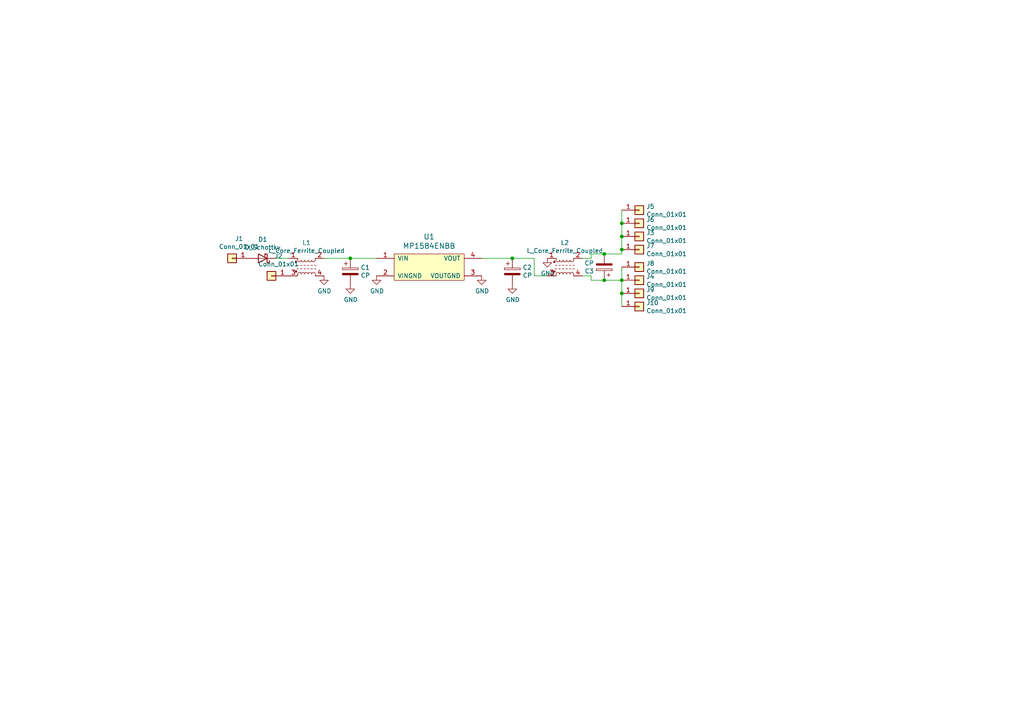
<source format=kicad_sch>
(kicad_sch (version 20230121) (generator eeschema)
  (paper "A4")
  (lib_symbols
    (symbol "Connector_Generic:Conn_01x01" (pin_names (offset 1.016) hide)
      (property "Reference" "J" (at 0 2.54 0))
      (property "Value" "Conn_01x01" (at 0 -2.54 0))
      (symbol "Conn_01x01_1_1"
        (rectangle (start -1.27 0.127) (end 0 -0.127) (stroke (width 0.1524)))
        (rectangle (start -1.27 1.27) (end 1.27 -1.27) (stroke (width 0.254)) (fill (type background)))
        (pin passive line (at -5.08 0 0) (length 3.81) (name "Pin_1") (number "1"))
      )
    )
    (symbol "DC-DC-Drossels-rescue:CP-Device" (pin_numbers hide) (pin_names (offset 0.254))
      (property "Reference" "C" (at 0.635 2.54 0))
      (property "Value" "Device:CP" (at 0.635 -2.54 0))
      (symbol "CP-Device_0_1"
        (rectangle (start -2.286 0.508) (end -2.286 1.016))
        (rectangle (start -2.286 0.508) (end 2.286 0.508))
        (polyline (pts (xy -1.778 2.286) (xy -0.762 2.286)))
        (polyline (pts (xy -1.27 2.794) (xy -1.27 1.778)))
        (rectangle (start 2.286 -0.508) (end -2.286 -1.016) (fill (type outline)))
        (rectangle (start 2.286 1.016) (end -2.286 1.016))
        (rectangle (start 2.286 1.016) (end 2.286 0.508))
      )
      (symbol "CP-Device_1_1"
        (pin passive line (at 0 3.81 270) (length 2.794) (name "~") (number "1"))
        (pin passive line (at 0 -3.81 90) (length 2.794) (name "~") (number "2"))
      )
    )
    (symbol "DC-DC-Drossels-rescue:L_Core_Ferrite_Coupled-Device" (pin_names (offset 0.254) hide)
      (property "Reference" "L" (at 0 4.445 0))
      (property "Value" "Device:L_Core_Ferrite_Coupled" (at 0 -4.445 0))
      (symbol "L_Core_Ferrite_Coupled-Device_0_1"
        (circle (center -3.048 -1.27) (radius 0.254) (fill (type outline)))
        (circle (center -3.048 1.524) (radius 0.254) (fill (type outline)))
        (arc (start -2.54 2.032) (mid -2.032 1.5262) (end -1.524 2.032))
        (arc (start -1.524 -2.032) (mid -2.032 -1.5262) (end -2.54 -2.032))
        (arc (start -1.524 2.032) (mid -1.016 1.5262) (end -0.508 2.032))
        (arc (start -0.508 -2.032) (mid -1.016 -1.5262) (end -1.524 -2.032))
        (arc (start -0.508 2.032) (mid 0 1.5262) (end 0.508 2.032))
        (polyline (pts (xy -2.794 -0.508) (xy -2.286 -0.508)))
        (polyline (pts (xy -2.794 0.508) (xy -2.286 0.508)))
        (polyline (pts (xy -2.54 -2.032) (xy -2.54 -2.54)))
        (polyline (pts (xy -2.54 2.032) (xy -2.54 2.54)))
        (polyline (pts (xy -1.778 -0.508) (xy -1.27 -0.508)))
        (polyline (pts (xy -1.778 0.508) (xy -1.27 0.508)))
        (polyline (pts (xy -0.762 -0.508) (xy -0.254 -0.508)))
        (polyline (pts (xy -0.762 0.508) (xy -0.254 0.508)))
        (polyline (pts (xy 0.254 -0.508) (xy 0.762 -0.508)))
        (polyline (pts (xy 0.254 0.508) (xy 0.762 0.508)))
        (polyline (pts (xy 1.27 -0.508) (xy 1.778 -0.508)))
        (polyline (pts (xy 1.27 0.508) (xy 1.778 0.508)))
        (polyline (pts (xy 2.286 -0.508) (xy 2.794 -0.508)))
        (polyline (pts (xy 2.286 0.508) (xy 2.794 0.508)))
        (polyline (pts (xy 2.54 -2.032) (xy 2.54 -2.54)))
        (polyline (pts (xy 2.54 2.54) (xy 2.54 2.032)))
        (arc (start 0.508 -2.032) (mid 0 -1.5262) (end -0.508 -2.032))
        (arc (start 0.508 2.032) (mid 1.016 1.5262) (end 1.524 2.032))
        (arc (start 1.524 -2.032) (mid 1.016 -1.5262) (end 0.508 -2.032))
        (arc (start 1.524 2.032) (mid 2.032 1.5262) (end 2.54 2.032))
        (arc (start 2.54 -2.032) (mid 2.032 -1.5262) (end 1.524 -2.032))
      )
      (symbol "L_Core_Ferrite_Coupled-Device_1_1"
        (pin passive line (at -5.08 2.54 0) (length 2.54) (name "1") (number "1"))
        (pin passive line (at 5.08 2.54 180) (length 2.54) (name "2") (number "2"))
        (pin passive line (at -5.08 -2.54 0) (length 2.54) (name "3") (number "3"))
        (pin passive line (at 5.08 -2.54 180) (length 2.54) (name "4") (number "4"))
      )
    )
    (symbol "DC-DC-Drossels-rescue:MP1584ENBB-KiCadCustomLibraries" (pin_names (offset 1.016))
      (property "Reference" "U" (at 0 0 0))
      (property "Value" "KiCadCustomLibraries:MP1584ENBB" (at 7.62 12.7 0))
      (symbol "MP1584ENBB-KiCadCustomLibraries_0_1"
        (rectangle (start -2.54 10.16) (end 17.78 2.54) (fill (type background)))
      )
      (symbol "MP1584ENBB-KiCadCustomLibraries_1_1"
        (pin power_in line (at -7.62 8.89 0) (length 5.08) (name "VIN") (number "1"))
        (pin power_in line (at -7.62 3.81 0) (length 5.08) (name "VINGND") (number "2"))
        (pin power_in line (at 22.86 3.81 180) (length 5.08) (name "VOUTGND") (number "3"))
        (pin power_in line (at 22.86 8.89 180) (length 5.08) (name "VOUT") (number "4"))
      )
    )
    (symbol "Device:D_Schottky" (pin_numbers hide) (pin_names (offset 1.016) hide)
      (property "Reference" "D" (at 0 2.54 0))
      (property "Value" "D_Schottky" (at 0 -2.54 0))
      (symbol "D_Schottky_0_1"
        (polyline (pts (xy 1.27 0) (xy -1.27 0)))
        (polyline (pts (xy 1.27 1.27) (xy 1.27 -1.27) (xy -1.27 0) (xy 1.27 1.27)) (stroke (width 0.254)))
        (polyline (pts (xy -1.905 0.635) (xy -1.905 1.27) (xy -1.27 1.27) (xy -1.27 -1.27) (xy -0.635 -1.27) (xy -0.635 -0.635)) (stroke (width 0.254)))
      )
      (symbol "D_Schottky_1_1"
        (pin passive line (at -3.81 0 0) (length 2.54) (name "K") (number "1"))
        (pin passive line (at 3.81 0 180) (length 2.54) (name "A") (number "2"))
      )
    )
    (symbol "power:GND" (power) (pin_names (offset 0))
      (property "Value" "GND" (at 0 -3.81 0))
      (symbol "GND_0_1"
        (polyline (pts (xy 0 0) (xy 0 -1.27) (xy 1.27 -1.27) (xy 0 -2.54) (xy -1.27 -1.27) (xy 0 -1.27)))
      )
      (symbol "GND_1_1"
        (pin power_in line (at 0 0 270) (length 0) hide (name "GND") (number "1"))
      )
    )
  )
  (junction (at 180.34 81.28))
  (junction (at 180.34 68.58))
  (junction (at 101.6 74.93))
  (junction (at 180.34 64.77))
  (junction (at 180.34 72.39))
  (junction (at 148.59 74.93))
  (junction (at 175.26 73.66))
  (junction (at 180.34 85.09))
  (junction (at 175.26 81.28))
  (wire (pts (xy 148.59 74.93) (xy 154.94 74.93)))
  (wire (pts (xy 168.91 80.01) (xy 171.45 80.01)))
  (wire (pts (xy 171.45 81.28) (xy 175.26 81.28)))
  (wire (pts (xy 154.94 74.93) (xy 154.94 80.01)))
  (wire (pts (xy 180.34 73.66) (xy 180.34 72.39)))
  (wire (pts (xy 101.6 74.93) (xy 109.22 74.93)))
  (wire (pts (xy 168.91 74.93) (xy 171.45 74.93)))
  (wire (pts (xy 154.94 80.01) (xy 158.75 80.01)))
  (wire (pts (xy 171.45 80.01) (xy 171.45 81.28)))
  (wire (pts (xy 175.26 81.28) (xy 180.34 81.28)))
  (wire (pts (xy 180.34 64.77) (xy 180.34 60.96)))
  (wire (pts (xy 80.01 74.93) (xy 83.82 74.93)))
  (wire (pts (xy 171.45 74.93) (xy 171.45 73.66)))
  (wire (pts (xy 180.34 88.9) (xy 180.34 85.09)))
  (wire (pts (xy 180.34 72.39) (xy 180.34 68.58)))
  (wire (pts (xy 171.45 73.66) (xy 175.26 73.66)))
  (wire (pts (xy 93.98 74.93) (xy 101.6 74.93)))
  (wire (pts (xy 180.34 81.28) (xy 180.34 85.09)))
  (wire (pts (xy 180.34 77.47) (xy 180.34 81.28)))
  (wire (pts (xy 139.7 74.93) (xy 148.59 74.93)))
  (wire (pts (xy 175.26 73.66) (xy 180.34 73.66)))
  (wire (pts (xy 180.34 64.77) (xy 180.34 68.58)))
  (symbol (lib_id "DC-DC-Drossels-rescue:L_Core_Ferrite_Coupled-Device") (at 88.9 77.47 0) (unit 1)
    (property "Reference" "L1" (at 88.9 70.4088 0))
    (property "Value" "L_Core_Ferrite_Coupled" (at 88.9 72.7202 0))
    (property "Footprint" "Inductors_THT:L_CommonMode_Wuerth_WE-CMB-XS" (effects hide))
  )
  (symbol (lib_id "DC-DC-Drossels-rescue:MP1584ENBB-KiCadCustomLibraries") (at 116.84 83.82 0) (unit 1)
    (property "Reference" "U1" (at 124.46 68.6562 0) (effects (font (size 1.524 1.524))))
    (property "Value" "MP1584ENBB" (at 124.46 71.3486 0) (effects (font (size 1.524 1.524))))
    (property "Footprint" "Housings_DIP:DIP-4_W7.62mm" (effects hide))
  )
  (symbol (lib_id "DC-DC-Drossels-rescue:L_Core_Ferrite_Coupled-Device") (at 163.83 77.47 0) (unit 1)
    (property "Reference" "L2" (at 163.83 70.4088 0))
    (property "Value" "L_Core_Ferrite_Coupled" (at 163.83 72.7202 0))
    (property "Footprint" "Inductors_THT:L_CommonMode_Wuerth_WE-CMB-XS" (effects hide))
  )
  (symbol (lib_id "DC-DC-Drossels-rescue:CP-Device") (at 101.6 78.74 0) (unit 1)
    (property "Reference" "C1" (at 104.5972 77.5716 0) (effects (justify left)))
    (property "Value" "CP" (at 104.5972 79.883 0) (effects (justify left)))
    (property "Footprint" "Capacitors_THT:CP_Radial_D8.0mm_P3.50mm" (effects hide))
  )
  (symbol (lib_id "DC-DC-Drossels-rescue:CP-Device") (at 148.59 78.74 0) (unit 1)
    (property "Reference" "C2" (at 151.5872 77.5716 0) (effects (justify left)))
    (property "Value" "CP" (at 151.5872 79.883 0) (effects (justify left)))
    (property "Footprint" "Capacitors_THT:CP_Radial_D8.0mm_P3.50mm" (effects hide))
  )
  (symbol (lib_id "power:GND") (at 93.98 80.01 0) (unit 1)
    (property "Reference" "#PWR0101" (effects hide))
    (property "Value" "GND" (at 94.107 84.4042 0))
  )
  (symbol (lib_id "power:GND") (at 101.6 82.55 0) (unit 1)
    (property "Reference" "#PWR0102" (effects hide))
    (property "Value" "GND" (at 101.727 86.9442 0))
  )
  (symbol (lib_id "power:GND") (at 109.22 80.01 0) (unit 1)
    (property "Reference" "#PWR0103" (effects hide))
    (property "Value" "GND" (at 109.347 84.4042 0))
  )
  (symbol (lib_id "power:GND") (at 139.7 80.01 0) (unit 1)
    (property "Reference" "#PWR0104" (effects hide))
    (property "Value" "GND" (at 139.827 84.4042 0))
  )
  (symbol (lib_id "power:GND") (at 148.59 82.55 0) (unit 1)
    (property "Reference" "#PWR0105" (effects hide))
    (property "Value" "GND" (at 148.717 86.9442 0))
  )
  (symbol (lib_id "power:GND") (at 158.75 74.93 0) (unit 1)
    (property "Reference" "#PWR0106" (effects hide))
    (property "Value" "GND" (at 158.877 79.3242 0))
  )
  (symbol (lib_id "Device:D_Schottky") (at 76.2 74.93 180) (unit 1)
    (property "Reference" "D1" (at 76.2 69.4436 0))
    (property "Value" "D_Schottky" (at 76.2 71.755 0))
    (property "Footprint" "Diodes_THT:D_DO-15_P10.16mm_Horizontal" (effects hide))
  )
  (symbol (lib_id "Connector_Generic:Conn_01x01") (at 185.42 68.58 0) (unit 1)
    (property "Reference" "J3" (at 187.452 67.5132 0) (effects (justify left)))
    (property "Value" "Conn_01x01" (at 187.452 69.8246 0) (effects (justify left)))
    (property "Footprint" "Wire_Pads:SolderWirePad_single_2mmDrill" (effects hide))
  )
  (symbol (lib_id "Connector_Generic:Conn_01x01") (at 185.42 81.28 0) (unit 1)
    (property "Reference" "J4" (at 187.452 80.2132 0) (effects (justify left)))
    (property "Value" "Conn_01x01" (at 187.452 82.5246 0) (effects (justify left)))
    (property "Footprint" "Wire_Pads:SolderWirePad_single_2mmDrill" (effects hide))
  )
  (symbol (lib_id "Connector_Generic:Conn_01x01") (at 67.31 74.93 180) (unit 1)
    (property "Reference" "J1" (at 69.342 69.215 0))
    (property "Value" "Conn_01x01" (at 69.342 71.5264 0))
    (property "Footprint" "Wire_Pads:SolderWirePad_single_2mmDrill" (effects hide))
  )
  (symbol (lib_id "Connector_Generic:Conn_01x01") (at 78.74 80.01 180) (unit 1)
    (property "Reference" "J2" (at 80.772 74.295 0))
    (property "Value" "Conn_01x01" (at 80.772 76.6064 0))
    (property "Footprint" "Wire_Pads:SolderWirePad_single_2mmDrill" (effects hide))
  )
  (symbol (lib_id "DC-DC-Drossels-rescue:CP-Device") (at 175.26 77.47 180) (unit 1)
    (property "Reference" "C3" (at 172.2628 78.6384 0) (effects (justify left)))
    (property "Value" "CP" (at 172.2628 76.327 0) (effects (justify left)))
    (property "Footprint" "Capacitors_THT:CP_Radial_D13.0mm_P5.00mm" (effects hide))
  )
  (symbol (lib_id "Connector_Generic:Conn_01x01") (at 185.42 64.77 0) (unit 1)
    (property "Reference" "J6" (at 187.452 63.7032 0) (effects (justify left)))
    (property "Value" "Conn_01x01" (at 187.452 66.0146 0) (effects (justify left)))
    (property "Footprint" "Wire_Pads:SolderWirePad_single_2mmDrill" (effects hide))
  )
  (symbol (lib_id "Connector_Generic:Conn_01x01") (at 185.42 60.96 0) (unit 1)
    (property "Reference" "J5" (at 187.452 59.8932 0) (effects (justify left)))
    (property "Value" "Conn_01x01" (at 187.452 62.2046 0) (effects (justify left)))
    (property "Footprint" "Wire_Pads:SolderWirePad_single_2mmDrill" (effects hide))
  )
  (symbol (lib_id "Connector_Generic:Conn_01x01") (at 185.42 72.39 0) (unit 1)
    (property "Reference" "J7" (at 187.452 71.3232 0) (effects (justify left)))
    (property "Value" "Conn_01x01" (at 187.452 73.6346 0) (effects (justify left)))
    (property "Footprint" "Wire_Pads:SolderWirePad_single_2mmDrill" (effects hide))
  )
  (symbol (lib_id "Connector_Generic:Conn_01x01") (at 185.42 77.47 0) (unit 1)
    (property "Reference" "J8" (at 187.452 76.4032 0) (effects (justify left)))
    (property "Value" "Conn_01x01" (at 187.452 78.7146 0) (effects (justify left)))
    (property "Footprint" "Wire_Pads:SolderWirePad_single_2mmDrill" (effects hide))
  )
  (symbol (lib_id "Connector_Generic:Conn_01x01") (at 185.42 85.09 0) (unit 1)
    (property "Reference" "J9" (at 187.452 84.0232 0) (effects (justify left)))
    (property "Value" "Conn_01x01" (at 187.452 86.3346 0) (effects (justify left)))
    (property "Footprint" "Wire_Pads:SolderWirePad_single_2mmDrill" (effects hide))
  )
  (symbol (lib_id "Connector_Generic:Conn_01x01") (at 185.42 88.9 0) (unit 1)
    (property "Reference" "J10" (at 187.452 87.8332 0) (effects (justify left)))
    (property "Value" "Conn_01x01" (at 187.452 90.1446 0) (effects (justify left)))
    (property "Footprint" "Wire_Pads:SolderWirePad_single_2mmDrill" (effects hide))
  )
)
</source>
